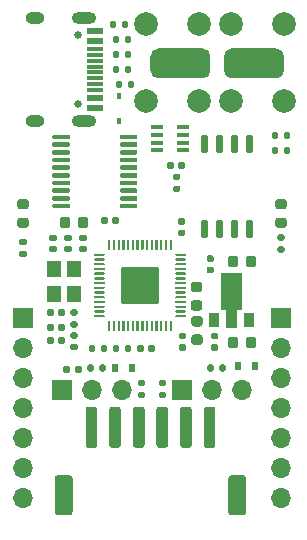
<source format=gbr>
%TF.GenerationSoftware,KiCad,Pcbnew,(5.1.9)-1*%
%TF.CreationDate,2021-12-20T22:20:38-08:00*%
%TF.ProjectId,MCL-102-2,4d434c2d-3130-4322-9d32-2e6b69636164,rev?*%
%TF.SameCoordinates,Original*%
%TF.FileFunction,Soldermask,Top*%
%TF.FilePolarity,Negative*%
%FSLAX46Y46*%
G04 Gerber Fmt 4.6, Leading zero omitted, Abs format (unit mm)*
G04 Created by KiCad (PCBNEW (5.1.9)-1) date 2021-12-20 22:20:38*
%MOMM*%
%LPD*%
G01*
G04 APERTURE LIST*
%ADD10C,0.100000*%
%ADD11R,0.900000X1.300000*%
%ADD12R,0.450000X0.600000*%
%ADD13R,0.600000X0.700000*%
%ADD14C,2.000000*%
%ADD15O,1.700000X1.700000*%
%ADD16R,1.700000X1.700000*%
%ADD17R,1.200000X1.400000*%
%ADD18R,1.060000X0.400000*%
%ADD19R,1.450000X0.600000*%
%ADD20R,1.450000X0.300000*%
%ADD21O,2.100000X1.000000*%
%ADD22C,0.650000*%
%ADD23O,1.600000X1.000000*%
G04 APERTURE END LIST*
%TO.C,R26*%
G36*
G01*
X150437000Y-103872000D02*
X150807000Y-103872000D01*
G75*
G02*
X150942000Y-104007000I0J-135000D01*
G01*
X150942000Y-104277000D01*
G75*
G02*
X150807000Y-104412000I-135000J0D01*
G01*
X150437000Y-104412000D01*
G75*
G02*
X150302000Y-104277000I0J135000D01*
G01*
X150302000Y-104007000D01*
G75*
G02*
X150437000Y-103872000I135000J0D01*
G01*
G37*
G36*
G01*
X150437000Y-102852000D02*
X150807000Y-102852000D01*
G75*
G02*
X150942000Y-102987000I0J-135000D01*
G01*
X150942000Y-103257000D01*
G75*
G02*
X150807000Y-103392000I-135000J0D01*
G01*
X150437000Y-103392000D01*
G75*
G02*
X150302000Y-103257000I0J135000D01*
G01*
X150302000Y-102987000D01*
G75*
G02*
X150437000Y-102852000I135000J0D01*
G01*
G37*
%TD*%
%TO.C,R2*%
G36*
G01*
X135241000Y-114358000D02*
X135241000Y-113988000D01*
G75*
G02*
X135376000Y-113853000I135000J0D01*
G01*
X135646000Y-113853000D01*
G75*
G02*
X135781000Y-113988000I0J-135000D01*
G01*
X135781000Y-114358000D01*
G75*
G02*
X135646000Y-114493000I-135000J0D01*
G01*
X135376000Y-114493000D01*
G75*
G02*
X135241000Y-114358000I0J135000D01*
G01*
G37*
G36*
G01*
X134221000Y-114358000D02*
X134221000Y-113988000D01*
G75*
G02*
X134356000Y-113853000I135000J0D01*
G01*
X134626000Y-113853000D01*
G75*
G02*
X134761000Y-113988000I0J-135000D01*
G01*
X134761000Y-114358000D01*
G75*
G02*
X134626000Y-114493000I-135000J0D01*
G01*
X134356000Y-114493000D01*
G75*
G02*
X134221000Y-114358000I0J135000D01*
G01*
G37*
%TD*%
%TO.C,D12*%
G36*
G01*
X150365750Y-101442000D02*
X150878250Y-101442000D01*
G75*
G02*
X151097000Y-101660750I0J-218750D01*
G01*
X151097000Y-102098250D01*
G75*
G02*
X150878250Y-102317000I-218750J0D01*
G01*
X150365750Y-102317000D01*
G75*
G02*
X150147000Y-102098250I0J218750D01*
G01*
X150147000Y-101660750D01*
G75*
G02*
X150365750Y-101442000I218750J0D01*
G01*
G37*
G36*
G01*
X150365750Y-99867000D02*
X150878250Y-99867000D01*
G75*
G02*
X151097000Y-100085750I0J-218750D01*
G01*
X151097000Y-100523250D01*
G75*
G02*
X150878250Y-100742000I-218750J0D01*
G01*
X150365750Y-100742000D01*
G75*
G02*
X150147000Y-100523250I0J218750D01*
G01*
X150147000Y-100085750D01*
G75*
G02*
X150365750Y-99867000I218750J0D01*
G01*
G37*
%TD*%
D10*
%TO.C,U1*%
G36*
X147297500Y-106158000D02*
G01*
X147297500Y-109283000D01*
X146881000Y-109283000D01*
X146881000Y-110758000D01*
X145981000Y-110758000D01*
X145981000Y-109283000D01*
X145564500Y-109283000D01*
X145564500Y-106158000D01*
X147297500Y-106158000D01*
G37*
D11*
X147931000Y-110108000D03*
X144931000Y-110108000D03*
%TD*%
D12*
%TO.C,D3*%
X136906000Y-91152000D03*
X136906000Y-93252000D03*
%TD*%
D13*
%TO.C,D2*%
X136587000Y-114173000D03*
X137987000Y-114173000D03*
%TD*%
%TO.C,D1*%
X147001000Y-114046000D03*
X148401000Y-114046000D03*
%TD*%
%TO.C,R4*%
G36*
G01*
X140404000Y-116191000D02*
X140774000Y-116191000D01*
G75*
G02*
X140909000Y-116326000I0J-135000D01*
G01*
X140909000Y-116596000D01*
G75*
G02*
X140774000Y-116731000I-135000J0D01*
G01*
X140404000Y-116731000D01*
G75*
G02*
X140269000Y-116596000I0J135000D01*
G01*
X140269000Y-116326000D01*
G75*
G02*
X140404000Y-116191000I135000J0D01*
G01*
G37*
G36*
G01*
X140404000Y-115171000D02*
X140774000Y-115171000D01*
G75*
G02*
X140909000Y-115306000I0J-135000D01*
G01*
X140909000Y-115576000D01*
G75*
G02*
X140774000Y-115711000I-135000J0D01*
G01*
X140404000Y-115711000D01*
G75*
G02*
X140269000Y-115576000I0J135000D01*
G01*
X140269000Y-115306000D01*
G75*
G02*
X140404000Y-115171000I135000J0D01*
G01*
G37*
%TD*%
%TO.C,R3*%
G36*
G01*
X138626000Y-116191000D02*
X138996000Y-116191000D01*
G75*
G02*
X139131000Y-116326000I0J-135000D01*
G01*
X139131000Y-116596000D01*
G75*
G02*
X138996000Y-116731000I-135000J0D01*
G01*
X138626000Y-116731000D01*
G75*
G02*
X138491000Y-116596000I0J135000D01*
G01*
X138491000Y-116326000D01*
G75*
G02*
X138626000Y-116191000I135000J0D01*
G01*
G37*
G36*
G01*
X138626000Y-115171000D02*
X138996000Y-115171000D01*
G75*
G02*
X139131000Y-115306000I0J-135000D01*
G01*
X139131000Y-115576000D01*
G75*
G02*
X138996000Y-115711000I-135000J0D01*
G01*
X138626000Y-115711000D01*
G75*
G02*
X138491000Y-115576000I0J135000D01*
G01*
X138491000Y-115306000D01*
G75*
G02*
X138626000Y-115171000I135000J0D01*
G01*
G37*
%TD*%
%TO.C,J11*%
G36*
G01*
X144018000Y-89662000D02*
X140208000Y-89662000D01*
G75*
G02*
X139573000Y-89027000I0J635000D01*
G01*
X139573000Y-87757000D01*
G75*
G02*
X140208000Y-87122000I635000J0D01*
G01*
X144018000Y-87122000D01*
G75*
G02*
X144653000Y-87757000I0J-635000D01*
G01*
X144653000Y-89027000D01*
G75*
G02*
X144018000Y-89662000I-635000J0D01*
G01*
G37*
%TD*%
D14*
%TO.C,SW1*%
X146376000Y-91590000D03*
X150876000Y-91590000D03*
X146376000Y-85090000D03*
X150876000Y-85090000D03*
%TD*%
%TO.C,J12*%
G36*
G01*
X146173000Y-126397000D02*
X146173000Y-123497000D01*
G75*
G02*
X146423000Y-123247000I250000J0D01*
G01*
X147423000Y-123247000D01*
G75*
G02*
X147673000Y-123497000I0J-250000D01*
G01*
X147673000Y-126397000D01*
G75*
G02*
X147423000Y-126647000I-250000J0D01*
G01*
X146423000Y-126647000D01*
G75*
G02*
X146173000Y-126397000I0J250000D01*
G01*
G37*
G36*
G01*
X131473000Y-126397000D02*
X131473000Y-123497000D01*
G75*
G02*
X131723000Y-123247000I250000J0D01*
G01*
X132723000Y-123247000D01*
G75*
G02*
X132973000Y-123497000I0J-250000D01*
G01*
X132973000Y-126397000D01*
G75*
G02*
X132723000Y-126647000I-250000J0D01*
G01*
X131723000Y-126647000D01*
G75*
G02*
X131473000Y-126397000I0J250000D01*
G01*
G37*
G36*
G01*
X144073000Y-120697000D02*
X144073000Y-117697000D01*
G75*
G02*
X144323000Y-117447000I250000J0D01*
G01*
X144823000Y-117447000D01*
G75*
G02*
X145073000Y-117697000I0J-250000D01*
G01*
X145073000Y-120697000D01*
G75*
G02*
X144823000Y-120947000I-250000J0D01*
G01*
X144323000Y-120947000D01*
G75*
G02*
X144073000Y-120697000I0J250000D01*
G01*
G37*
G36*
G01*
X142073000Y-120697000D02*
X142073000Y-117697000D01*
G75*
G02*
X142323000Y-117447000I250000J0D01*
G01*
X142823000Y-117447000D01*
G75*
G02*
X143073000Y-117697000I0J-250000D01*
G01*
X143073000Y-120697000D01*
G75*
G02*
X142823000Y-120947000I-250000J0D01*
G01*
X142323000Y-120947000D01*
G75*
G02*
X142073000Y-120697000I0J250000D01*
G01*
G37*
G36*
G01*
X140073000Y-120697000D02*
X140073000Y-117697000D01*
G75*
G02*
X140323000Y-117447000I250000J0D01*
G01*
X140823000Y-117447000D01*
G75*
G02*
X141073000Y-117697000I0J-250000D01*
G01*
X141073000Y-120697000D01*
G75*
G02*
X140823000Y-120947000I-250000J0D01*
G01*
X140323000Y-120947000D01*
G75*
G02*
X140073000Y-120697000I0J250000D01*
G01*
G37*
G36*
G01*
X138073000Y-120697000D02*
X138073000Y-117697000D01*
G75*
G02*
X138323000Y-117447000I250000J0D01*
G01*
X138823000Y-117447000D01*
G75*
G02*
X139073000Y-117697000I0J-250000D01*
G01*
X139073000Y-120697000D01*
G75*
G02*
X138823000Y-120947000I-250000J0D01*
G01*
X138323000Y-120947000D01*
G75*
G02*
X138073000Y-120697000I0J250000D01*
G01*
G37*
G36*
G01*
X136073000Y-120697000D02*
X136073000Y-117697000D01*
G75*
G02*
X136323000Y-117447000I250000J0D01*
G01*
X136823000Y-117447000D01*
G75*
G02*
X137073000Y-117697000I0J-250000D01*
G01*
X137073000Y-120697000D01*
G75*
G02*
X136823000Y-120947000I-250000J0D01*
G01*
X136323000Y-120947000D01*
G75*
G02*
X136073000Y-120697000I0J250000D01*
G01*
G37*
G36*
G01*
X134073000Y-120697000D02*
X134073000Y-117697000D01*
G75*
G02*
X134323000Y-117447000I250000J0D01*
G01*
X134823000Y-117447000D01*
G75*
G02*
X135073000Y-117697000I0J-250000D01*
G01*
X135073000Y-120697000D01*
G75*
G02*
X134823000Y-120947000I-250000J0D01*
G01*
X134323000Y-120947000D01*
G75*
G02*
X134073000Y-120697000I0J250000D01*
G01*
G37*
%TD*%
D15*
%TO.C,J5*%
X137160000Y-116078000D03*
X134620000Y-116078000D03*
D16*
X132080000Y-116078000D03*
%TD*%
D15*
%TO.C,J4*%
X147320000Y-116078000D03*
X144780000Y-116078000D03*
D16*
X142240000Y-116078000D03*
%TD*%
%TO.C,C15*%
G36*
G01*
X141932000Y-97198000D02*
X141932000Y-96858000D01*
G75*
G02*
X142072000Y-96718000I140000J0D01*
G01*
X142352000Y-96718000D01*
G75*
G02*
X142492000Y-96858000I0J-140000D01*
G01*
X142492000Y-97198000D01*
G75*
G02*
X142352000Y-97338000I-140000J0D01*
G01*
X142072000Y-97338000D01*
G75*
G02*
X141932000Y-97198000I0J140000D01*
G01*
G37*
G36*
G01*
X140972000Y-97198000D02*
X140972000Y-96858000D01*
G75*
G02*
X141112000Y-96718000I140000J0D01*
G01*
X141392000Y-96718000D01*
G75*
G02*
X141532000Y-96858000I0J-140000D01*
G01*
X141532000Y-97198000D01*
G75*
G02*
X141392000Y-97338000I-140000J0D01*
G01*
X141112000Y-97338000D01*
G75*
G02*
X140972000Y-97198000I0J140000D01*
G01*
G37*
%TD*%
%TO.C,R31*%
G36*
G01*
X150862000Y-94673000D02*
X150862000Y-94303000D01*
G75*
G02*
X150997000Y-94168000I135000J0D01*
G01*
X151267000Y-94168000D01*
G75*
G02*
X151402000Y-94303000I0J-135000D01*
G01*
X151402000Y-94673000D01*
G75*
G02*
X151267000Y-94808000I-135000J0D01*
G01*
X150997000Y-94808000D01*
G75*
G02*
X150862000Y-94673000I0J135000D01*
G01*
G37*
G36*
G01*
X149842000Y-94673000D02*
X149842000Y-94303000D01*
G75*
G02*
X149977000Y-94168000I135000J0D01*
G01*
X150247000Y-94168000D01*
G75*
G02*
X150382000Y-94303000I0J-135000D01*
G01*
X150382000Y-94673000D01*
G75*
G02*
X150247000Y-94808000I-135000J0D01*
G01*
X149977000Y-94808000D01*
G75*
G02*
X149842000Y-94673000I0J135000D01*
G01*
G37*
%TD*%
%TO.C,R27*%
G36*
G01*
X128593000Y-104253000D02*
X128963000Y-104253000D01*
G75*
G02*
X129098000Y-104388000I0J-135000D01*
G01*
X129098000Y-104658000D01*
G75*
G02*
X128963000Y-104793000I-135000J0D01*
G01*
X128593000Y-104793000D01*
G75*
G02*
X128458000Y-104658000I0J135000D01*
G01*
X128458000Y-104388000D01*
G75*
G02*
X128593000Y-104253000I135000J0D01*
G01*
G37*
G36*
G01*
X128593000Y-103233000D02*
X128963000Y-103233000D01*
G75*
G02*
X129098000Y-103368000I0J-135000D01*
G01*
X129098000Y-103638000D01*
G75*
G02*
X128963000Y-103773000I-135000J0D01*
G01*
X128593000Y-103773000D01*
G75*
G02*
X128458000Y-103638000I0J135000D01*
G01*
X128458000Y-103368000D01*
G75*
G02*
X128593000Y-103233000I135000J0D01*
G01*
G37*
%TD*%
%TO.C,R25*%
G36*
G01*
X141967800Y-98261200D02*
X141597800Y-98261200D01*
G75*
G02*
X141462800Y-98126200I0J135000D01*
G01*
X141462800Y-97856200D01*
G75*
G02*
X141597800Y-97721200I135000J0D01*
G01*
X141967800Y-97721200D01*
G75*
G02*
X142102800Y-97856200I0J-135000D01*
G01*
X142102800Y-98126200D01*
G75*
G02*
X141967800Y-98261200I-135000J0D01*
G01*
G37*
G36*
G01*
X141967800Y-99281200D02*
X141597800Y-99281200D01*
G75*
G02*
X141462800Y-99146200I0J135000D01*
G01*
X141462800Y-98876200D01*
G75*
G02*
X141597800Y-98741200I135000J0D01*
G01*
X141967800Y-98741200D01*
G75*
G02*
X142102800Y-98876200I0J-135000D01*
G01*
X142102800Y-99146200D01*
G75*
G02*
X141967800Y-99281200I-135000J0D01*
G01*
G37*
%TD*%
%TO.C,R20*%
G36*
G01*
X137400000Y-86545000D02*
X137400000Y-86175000D01*
G75*
G02*
X137535000Y-86040000I135000J0D01*
G01*
X137805000Y-86040000D01*
G75*
G02*
X137940000Y-86175000I0J-135000D01*
G01*
X137940000Y-86545000D01*
G75*
G02*
X137805000Y-86680000I-135000J0D01*
G01*
X137535000Y-86680000D01*
G75*
G02*
X137400000Y-86545000I0J135000D01*
G01*
G37*
G36*
G01*
X136380000Y-86545000D02*
X136380000Y-86175000D01*
G75*
G02*
X136515000Y-86040000I135000J0D01*
G01*
X136785000Y-86040000D01*
G75*
G02*
X136920000Y-86175000I0J-135000D01*
G01*
X136920000Y-86545000D01*
G75*
G02*
X136785000Y-86680000I-135000J0D01*
G01*
X136515000Y-86680000D01*
G75*
G02*
X136380000Y-86545000I0J135000D01*
G01*
G37*
%TD*%
%TO.C,R19*%
G36*
G01*
X136920000Y-87445000D02*
X136920000Y-87815000D01*
G75*
G02*
X136785000Y-87950000I-135000J0D01*
G01*
X136515000Y-87950000D01*
G75*
G02*
X136380000Y-87815000I0J135000D01*
G01*
X136380000Y-87445000D01*
G75*
G02*
X136515000Y-87310000I135000J0D01*
G01*
X136785000Y-87310000D01*
G75*
G02*
X136920000Y-87445000I0J-135000D01*
G01*
G37*
G36*
G01*
X137940000Y-87445000D02*
X137940000Y-87815000D01*
G75*
G02*
X137805000Y-87950000I-135000J0D01*
G01*
X137535000Y-87950000D01*
G75*
G02*
X137400000Y-87815000I0J135000D01*
G01*
X137400000Y-87445000D01*
G75*
G02*
X137535000Y-87310000I135000J0D01*
G01*
X137805000Y-87310000D01*
G75*
G02*
X137940000Y-87445000I0J-135000D01*
G01*
G37*
%TD*%
%TO.C,R17*%
G36*
G01*
X137400000Y-112707000D02*
X137400000Y-112337000D01*
G75*
G02*
X137535000Y-112202000I135000J0D01*
G01*
X137805000Y-112202000D01*
G75*
G02*
X137940000Y-112337000I0J-135000D01*
G01*
X137940000Y-112707000D01*
G75*
G02*
X137805000Y-112842000I-135000J0D01*
G01*
X137535000Y-112842000D01*
G75*
G02*
X137400000Y-112707000I0J135000D01*
G01*
G37*
G36*
G01*
X136380000Y-112707000D02*
X136380000Y-112337000D01*
G75*
G02*
X136515000Y-112202000I135000J0D01*
G01*
X136785000Y-112202000D01*
G75*
G02*
X136920000Y-112337000I0J-135000D01*
G01*
X136920000Y-112707000D01*
G75*
G02*
X136785000Y-112842000I-135000J0D01*
G01*
X136515000Y-112842000D01*
G75*
G02*
X136380000Y-112707000I0J135000D01*
G01*
G37*
%TD*%
%TO.C,R16*%
G36*
G01*
X135368000Y-112707000D02*
X135368000Y-112337000D01*
G75*
G02*
X135503000Y-112202000I135000J0D01*
G01*
X135773000Y-112202000D01*
G75*
G02*
X135908000Y-112337000I0J-135000D01*
G01*
X135908000Y-112707000D01*
G75*
G02*
X135773000Y-112842000I-135000J0D01*
G01*
X135503000Y-112842000D01*
G75*
G02*
X135368000Y-112707000I0J135000D01*
G01*
G37*
G36*
G01*
X134348000Y-112707000D02*
X134348000Y-112337000D01*
G75*
G02*
X134483000Y-112202000I135000J0D01*
G01*
X134753000Y-112202000D01*
G75*
G02*
X134888000Y-112337000I0J-135000D01*
G01*
X134888000Y-112707000D01*
G75*
G02*
X134753000Y-112842000I-135000J0D01*
G01*
X134483000Y-112842000D01*
G75*
G02*
X134348000Y-112707000I0J135000D01*
G01*
G37*
%TD*%
%TO.C,R13*%
G36*
G01*
X145401000Y-114358000D02*
X145401000Y-113988000D01*
G75*
G02*
X145536000Y-113853000I135000J0D01*
G01*
X145806000Y-113853000D01*
G75*
G02*
X145941000Y-113988000I0J-135000D01*
G01*
X145941000Y-114358000D01*
G75*
G02*
X145806000Y-114493000I-135000J0D01*
G01*
X145536000Y-114493000D01*
G75*
G02*
X145401000Y-114358000I0J135000D01*
G01*
G37*
G36*
G01*
X144381000Y-114358000D02*
X144381000Y-113988000D01*
G75*
G02*
X144516000Y-113853000I135000J0D01*
G01*
X144786000Y-113853000D01*
G75*
G02*
X144921000Y-113988000I0J-135000D01*
G01*
X144921000Y-114358000D01*
G75*
G02*
X144786000Y-114493000I-135000J0D01*
G01*
X144516000Y-114493000D01*
G75*
G02*
X144381000Y-114358000I0J135000D01*
G01*
G37*
%TD*%
%TO.C,D13*%
G36*
G01*
X128521750Y-101442000D02*
X129034250Y-101442000D01*
G75*
G02*
X129253000Y-101660750I0J-218750D01*
G01*
X129253000Y-102098250D01*
G75*
G02*
X129034250Y-102317000I-218750J0D01*
G01*
X128521750Y-102317000D01*
G75*
G02*
X128303000Y-102098250I0J218750D01*
G01*
X128303000Y-101660750D01*
G75*
G02*
X128521750Y-101442000I218750J0D01*
G01*
G37*
G36*
G01*
X128521750Y-99867000D02*
X129034250Y-99867000D01*
G75*
G02*
X129253000Y-100085750I0J-218750D01*
G01*
X129253000Y-100523250D01*
G75*
G02*
X129034250Y-100742000I-218750J0D01*
G01*
X128521750Y-100742000D01*
G75*
G02*
X128303000Y-100523250I0J218750D01*
G01*
X128303000Y-100085750D01*
G75*
G02*
X128521750Y-99867000I218750J0D01*
G01*
G37*
%TD*%
%TO.C,C31*%
G36*
G01*
X131372000Y-109304000D02*
X131372000Y-109644000D01*
G75*
G02*
X131232000Y-109784000I-140000J0D01*
G01*
X130952000Y-109784000D01*
G75*
G02*
X130812000Y-109644000I0J140000D01*
G01*
X130812000Y-109304000D01*
G75*
G02*
X130952000Y-109164000I140000J0D01*
G01*
X131232000Y-109164000D01*
G75*
G02*
X131372000Y-109304000I0J-140000D01*
G01*
G37*
G36*
G01*
X132332000Y-109304000D02*
X132332000Y-109644000D01*
G75*
G02*
X132192000Y-109784000I-140000J0D01*
G01*
X131912000Y-109784000D01*
G75*
G02*
X131772000Y-109644000I0J140000D01*
G01*
X131772000Y-109304000D01*
G75*
G02*
X131912000Y-109164000I140000J0D01*
G01*
X132192000Y-109164000D01*
G75*
G02*
X132332000Y-109304000I0J-140000D01*
G01*
G37*
%TD*%
%TO.C,C30*%
G36*
G01*
X131148000Y-103832000D02*
X131488000Y-103832000D01*
G75*
G02*
X131628000Y-103972000I0J-140000D01*
G01*
X131628000Y-104252000D01*
G75*
G02*
X131488000Y-104392000I-140000J0D01*
G01*
X131148000Y-104392000D01*
G75*
G02*
X131008000Y-104252000I0J140000D01*
G01*
X131008000Y-103972000D01*
G75*
G02*
X131148000Y-103832000I140000J0D01*
G01*
G37*
G36*
G01*
X131148000Y-102872000D02*
X131488000Y-102872000D01*
G75*
G02*
X131628000Y-103012000I0J-140000D01*
G01*
X131628000Y-103292000D01*
G75*
G02*
X131488000Y-103432000I-140000J0D01*
G01*
X131148000Y-103432000D01*
G75*
G02*
X131008000Y-103292000I0J140000D01*
G01*
X131008000Y-103012000D01*
G75*
G02*
X131148000Y-102872000I140000J0D01*
G01*
G37*
%TD*%
%TO.C,C29*%
G36*
G01*
X143721900Y-107777400D02*
X143221900Y-107777400D01*
G75*
G02*
X142996900Y-107552400I0J225000D01*
G01*
X142996900Y-107102400D01*
G75*
G02*
X143221900Y-106877400I225000J0D01*
G01*
X143721900Y-106877400D01*
G75*
G02*
X143946900Y-107102400I0J-225000D01*
G01*
X143946900Y-107552400D01*
G75*
G02*
X143721900Y-107777400I-225000J0D01*
G01*
G37*
G36*
G01*
X143721900Y-109327400D02*
X143221900Y-109327400D01*
G75*
G02*
X142996900Y-109102400I0J225000D01*
G01*
X142996900Y-108652400D01*
G75*
G02*
X143221900Y-108427400I225000J0D01*
G01*
X143721900Y-108427400D01*
G75*
G02*
X143946900Y-108652400I0J-225000D01*
G01*
X143946900Y-109102400D01*
G75*
G02*
X143721900Y-109327400I-225000J0D01*
G01*
G37*
%TD*%
%TO.C,C27*%
G36*
G01*
X144838600Y-112150500D02*
X145178600Y-112150500D01*
G75*
G02*
X145318600Y-112290500I0J-140000D01*
G01*
X145318600Y-112570500D01*
G75*
G02*
X145178600Y-112710500I-140000J0D01*
G01*
X144838600Y-112710500D01*
G75*
G02*
X144698600Y-112570500I0J140000D01*
G01*
X144698600Y-112290500D01*
G75*
G02*
X144838600Y-112150500I140000J0D01*
G01*
G37*
G36*
G01*
X144838600Y-111190500D02*
X145178600Y-111190500D01*
G75*
G02*
X145318600Y-111330500I0J-140000D01*
G01*
X145318600Y-111610500D01*
G75*
G02*
X145178600Y-111750500I-140000J0D01*
G01*
X144838600Y-111750500D01*
G75*
G02*
X144698600Y-111610500I0J140000D01*
G01*
X144698600Y-111330500D01*
G75*
G02*
X144838600Y-111190500I140000J0D01*
G01*
G37*
%TD*%
%TO.C,C26*%
G36*
G01*
X142044600Y-102460400D02*
X142384600Y-102460400D01*
G75*
G02*
X142524600Y-102600400I0J-140000D01*
G01*
X142524600Y-102880400D01*
G75*
G02*
X142384600Y-103020400I-140000J0D01*
G01*
X142044600Y-103020400D01*
G75*
G02*
X141904600Y-102880400I0J140000D01*
G01*
X141904600Y-102600400D01*
G75*
G02*
X142044600Y-102460400I140000J0D01*
G01*
G37*
G36*
G01*
X142044600Y-101500400D02*
X142384600Y-101500400D01*
G75*
G02*
X142524600Y-101640400I0J-140000D01*
G01*
X142524600Y-101920400D01*
G75*
G02*
X142384600Y-102060400I-140000J0D01*
G01*
X142044600Y-102060400D01*
G75*
G02*
X141904600Y-101920400I0J140000D01*
G01*
X141904600Y-101640400D01*
G75*
G02*
X142044600Y-101500400I140000J0D01*
G01*
G37*
%TD*%
%TO.C,C24*%
G36*
G01*
X144797600Y-105197300D02*
X144457600Y-105197300D01*
G75*
G02*
X144317600Y-105057300I0J140000D01*
G01*
X144317600Y-104777300D01*
G75*
G02*
X144457600Y-104637300I140000J0D01*
G01*
X144797600Y-104637300D01*
G75*
G02*
X144937600Y-104777300I0J-140000D01*
G01*
X144937600Y-105057300D01*
G75*
G02*
X144797600Y-105197300I-140000J0D01*
G01*
G37*
G36*
G01*
X144797600Y-106157300D02*
X144457600Y-106157300D01*
G75*
G02*
X144317600Y-106017300I0J140000D01*
G01*
X144317600Y-105737300D01*
G75*
G02*
X144457600Y-105597300I140000J0D01*
G01*
X144797600Y-105597300D01*
G75*
G02*
X144937600Y-105737300I0J-140000D01*
G01*
X144937600Y-106017300D01*
G75*
G02*
X144797600Y-106157300I-140000J0D01*
G01*
G37*
%TD*%
%TO.C,C21*%
G36*
G01*
X132418000Y-103832000D02*
X132758000Y-103832000D01*
G75*
G02*
X132898000Y-103972000I0J-140000D01*
G01*
X132898000Y-104252000D01*
G75*
G02*
X132758000Y-104392000I-140000J0D01*
G01*
X132418000Y-104392000D01*
G75*
G02*
X132278000Y-104252000I0J140000D01*
G01*
X132278000Y-103972000D01*
G75*
G02*
X132418000Y-103832000I140000J0D01*
G01*
G37*
G36*
G01*
X132418000Y-102872000D02*
X132758000Y-102872000D01*
G75*
G02*
X132898000Y-103012000I0J-140000D01*
G01*
X132898000Y-103292000D01*
G75*
G02*
X132758000Y-103432000I-140000J0D01*
G01*
X132418000Y-103432000D01*
G75*
G02*
X132278000Y-103292000I0J140000D01*
G01*
X132278000Y-103012000D01*
G75*
G02*
X132418000Y-102872000I140000J0D01*
G01*
G37*
%TD*%
%TO.C,U8*%
G36*
G01*
X136999000Y-94711000D02*
X136999000Y-94511000D01*
G75*
G02*
X137099000Y-94411000I100000J0D01*
G01*
X138374000Y-94411000D01*
G75*
G02*
X138474000Y-94511000I0J-100000D01*
G01*
X138474000Y-94711000D01*
G75*
G02*
X138374000Y-94811000I-100000J0D01*
G01*
X137099000Y-94811000D01*
G75*
G02*
X136999000Y-94711000I0J100000D01*
G01*
G37*
G36*
G01*
X136999000Y-95361000D02*
X136999000Y-95161000D01*
G75*
G02*
X137099000Y-95061000I100000J0D01*
G01*
X138374000Y-95061000D01*
G75*
G02*
X138474000Y-95161000I0J-100000D01*
G01*
X138474000Y-95361000D01*
G75*
G02*
X138374000Y-95461000I-100000J0D01*
G01*
X137099000Y-95461000D01*
G75*
G02*
X136999000Y-95361000I0J100000D01*
G01*
G37*
G36*
G01*
X136999000Y-96011000D02*
X136999000Y-95811000D01*
G75*
G02*
X137099000Y-95711000I100000J0D01*
G01*
X138374000Y-95711000D01*
G75*
G02*
X138474000Y-95811000I0J-100000D01*
G01*
X138474000Y-96011000D01*
G75*
G02*
X138374000Y-96111000I-100000J0D01*
G01*
X137099000Y-96111000D01*
G75*
G02*
X136999000Y-96011000I0J100000D01*
G01*
G37*
G36*
G01*
X136999000Y-96661000D02*
X136999000Y-96461000D01*
G75*
G02*
X137099000Y-96361000I100000J0D01*
G01*
X138374000Y-96361000D01*
G75*
G02*
X138474000Y-96461000I0J-100000D01*
G01*
X138474000Y-96661000D01*
G75*
G02*
X138374000Y-96761000I-100000J0D01*
G01*
X137099000Y-96761000D01*
G75*
G02*
X136999000Y-96661000I0J100000D01*
G01*
G37*
G36*
G01*
X136999000Y-97311000D02*
X136999000Y-97111000D01*
G75*
G02*
X137099000Y-97011000I100000J0D01*
G01*
X138374000Y-97011000D01*
G75*
G02*
X138474000Y-97111000I0J-100000D01*
G01*
X138474000Y-97311000D01*
G75*
G02*
X138374000Y-97411000I-100000J0D01*
G01*
X137099000Y-97411000D01*
G75*
G02*
X136999000Y-97311000I0J100000D01*
G01*
G37*
G36*
G01*
X136999000Y-97961000D02*
X136999000Y-97761000D01*
G75*
G02*
X137099000Y-97661000I100000J0D01*
G01*
X138374000Y-97661000D01*
G75*
G02*
X138474000Y-97761000I0J-100000D01*
G01*
X138474000Y-97961000D01*
G75*
G02*
X138374000Y-98061000I-100000J0D01*
G01*
X137099000Y-98061000D01*
G75*
G02*
X136999000Y-97961000I0J100000D01*
G01*
G37*
G36*
G01*
X136999000Y-98611000D02*
X136999000Y-98411000D01*
G75*
G02*
X137099000Y-98311000I100000J0D01*
G01*
X138374000Y-98311000D01*
G75*
G02*
X138474000Y-98411000I0J-100000D01*
G01*
X138474000Y-98611000D01*
G75*
G02*
X138374000Y-98711000I-100000J0D01*
G01*
X137099000Y-98711000D01*
G75*
G02*
X136999000Y-98611000I0J100000D01*
G01*
G37*
G36*
G01*
X136999000Y-99261000D02*
X136999000Y-99061000D01*
G75*
G02*
X137099000Y-98961000I100000J0D01*
G01*
X138374000Y-98961000D01*
G75*
G02*
X138474000Y-99061000I0J-100000D01*
G01*
X138474000Y-99261000D01*
G75*
G02*
X138374000Y-99361000I-100000J0D01*
G01*
X137099000Y-99361000D01*
G75*
G02*
X136999000Y-99261000I0J100000D01*
G01*
G37*
G36*
G01*
X136999000Y-99911000D02*
X136999000Y-99711000D01*
G75*
G02*
X137099000Y-99611000I100000J0D01*
G01*
X138374000Y-99611000D01*
G75*
G02*
X138474000Y-99711000I0J-100000D01*
G01*
X138474000Y-99911000D01*
G75*
G02*
X138374000Y-100011000I-100000J0D01*
G01*
X137099000Y-100011000D01*
G75*
G02*
X136999000Y-99911000I0J100000D01*
G01*
G37*
G36*
G01*
X136999000Y-100561000D02*
X136999000Y-100361000D01*
G75*
G02*
X137099000Y-100261000I100000J0D01*
G01*
X138374000Y-100261000D01*
G75*
G02*
X138474000Y-100361000I0J-100000D01*
G01*
X138474000Y-100561000D01*
G75*
G02*
X138374000Y-100661000I-100000J0D01*
G01*
X137099000Y-100661000D01*
G75*
G02*
X136999000Y-100561000I0J100000D01*
G01*
G37*
G36*
G01*
X131274000Y-100561000D02*
X131274000Y-100361000D01*
G75*
G02*
X131374000Y-100261000I100000J0D01*
G01*
X132649000Y-100261000D01*
G75*
G02*
X132749000Y-100361000I0J-100000D01*
G01*
X132749000Y-100561000D01*
G75*
G02*
X132649000Y-100661000I-100000J0D01*
G01*
X131374000Y-100661000D01*
G75*
G02*
X131274000Y-100561000I0J100000D01*
G01*
G37*
G36*
G01*
X131274000Y-99911000D02*
X131274000Y-99711000D01*
G75*
G02*
X131374000Y-99611000I100000J0D01*
G01*
X132649000Y-99611000D01*
G75*
G02*
X132749000Y-99711000I0J-100000D01*
G01*
X132749000Y-99911000D01*
G75*
G02*
X132649000Y-100011000I-100000J0D01*
G01*
X131374000Y-100011000D01*
G75*
G02*
X131274000Y-99911000I0J100000D01*
G01*
G37*
G36*
G01*
X131274000Y-99261000D02*
X131274000Y-99061000D01*
G75*
G02*
X131374000Y-98961000I100000J0D01*
G01*
X132649000Y-98961000D01*
G75*
G02*
X132749000Y-99061000I0J-100000D01*
G01*
X132749000Y-99261000D01*
G75*
G02*
X132649000Y-99361000I-100000J0D01*
G01*
X131374000Y-99361000D01*
G75*
G02*
X131274000Y-99261000I0J100000D01*
G01*
G37*
G36*
G01*
X131274000Y-98611000D02*
X131274000Y-98411000D01*
G75*
G02*
X131374000Y-98311000I100000J0D01*
G01*
X132649000Y-98311000D01*
G75*
G02*
X132749000Y-98411000I0J-100000D01*
G01*
X132749000Y-98611000D01*
G75*
G02*
X132649000Y-98711000I-100000J0D01*
G01*
X131374000Y-98711000D01*
G75*
G02*
X131274000Y-98611000I0J100000D01*
G01*
G37*
G36*
G01*
X131274000Y-97961000D02*
X131274000Y-97761000D01*
G75*
G02*
X131374000Y-97661000I100000J0D01*
G01*
X132649000Y-97661000D01*
G75*
G02*
X132749000Y-97761000I0J-100000D01*
G01*
X132749000Y-97961000D01*
G75*
G02*
X132649000Y-98061000I-100000J0D01*
G01*
X131374000Y-98061000D01*
G75*
G02*
X131274000Y-97961000I0J100000D01*
G01*
G37*
G36*
G01*
X131274000Y-97311000D02*
X131274000Y-97111000D01*
G75*
G02*
X131374000Y-97011000I100000J0D01*
G01*
X132649000Y-97011000D01*
G75*
G02*
X132749000Y-97111000I0J-100000D01*
G01*
X132749000Y-97311000D01*
G75*
G02*
X132649000Y-97411000I-100000J0D01*
G01*
X131374000Y-97411000D01*
G75*
G02*
X131274000Y-97311000I0J100000D01*
G01*
G37*
G36*
G01*
X131274000Y-96661000D02*
X131274000Y-96461000D01*
G75*
G02*
X131374000Y-96361000I100000J0D01*
G01*
X132649000Y-96361000D01*
G75*
G02*
X132749000Y-96461000I0J-100000D01*
G01*
X132749000Y-96661000D01*
G75*
G02*
X132649000Y-96761000I-100000J0D01*
G01*
X131374000Y-96761000D01*
G75*
G02*
X131274000Y-96661000I0J100000D01*
G01*
G37*
G36*
G01*
X131274000Y-96011000D02*
X131274000Y-95811000D01*
G75*
G02*
X131374000Y-95711000I100000J0D01*
G01*
X132649000Y-95711000D01*
G75*
G02*
X132749000Y-95811000I0J-100000D01*
G01*
X132749000Y-96011000D01*
G75*
G02*
X132649000Y-96111000I-100000J0D01*
G01*
X131374000Y-96111000D01*
G75*
G02*
X131274000Y-96011000I0J100000D01*
G01*
G37*
G36*
G01*
X131274000Y-95361000D02*
X131274000Y-95161000D01*
G75*
G02*
X131374000Y-95061000I100000J0D01*
G01*
X132649000Y-95061000D01*
G75*
G02*
X132749000Y-95161000I0J-100000D01*
G01*
X132749000Y-95361000D01*
G75*
G02*
X132649000Y-95461000I-100000J0D01*
G01*
X131374000Y-95461000D01*
G75*
G02*
X131274000Y-95361000I0J100000D01*
G01*
G37*
G36*
G01*
X131274000Y-94711000D02*
X131274000Y-94511000D01*
G75*
G02*
X131374000Y-94411000I100000J0D01*
G01*
X132649000Y-94411000D01*
G75*
G02*
X132749000Y-94511000I0J-100000D01*
G01*
X132749000Y-94711000D01*
G75*
G02*
X132649000Y-94811000I-100000J0D01*
G01*
X131374000Y-94811000D01*
G75*
G02*
X131274000Y-94711000I0J100000D01*
G01*
G37*
%TD*%
%TO.C,R21*%
G36*
G01*
X137654000Y-90355000D02*
X137654000Y-89985000D01*
G75*
G02*
X137789000Y-89850000I135000J0D01*
G01*
X138059000Y-89850000D01*
G75*
G02*
X138194000Y-89985000I0J-135000D01*
G01*
X138194000Y-90355000D01*
G75*
G02*
X138059000Y-90490000I-135000J0D01*
G01*
X137789000Y-90490000D01*
G75*
G02*
X137654000Y-90355000I0J135000D01*
G01*
G37*
G36*
G01*
X136634000Y-90355000D02*
X136634000Y-89985000D01*
G75*
G02*
X136769000Y-89850000I135000J0D01*
G01*
X137039000Y-89850000D01*
G75*
G02*
X137174000Y-89985000I0J-135000D01*
G01*
X137174000Y-90355000D01*
G75*
G02*
X137039000Y-90490000I-135000J0D01*
G01*
X136769000Y-90490000D01*
G75*
G02*
X136634000Y-90355000I0J135000D01*
G01*
G37*
%TD*%
%TO.C,J10*%
G36*
G01*
X146431000Y-87122000D02*
X150241000Y-87122000D01*
G75*
G02*
X150876000Y-87757000I0J-635000D01*
G01*
X150876000Y-89027000D01*
G75*
G02*
X150241000Y-89662000I-635000J0D01*
G01*
X146431000Y-89662000D01*
G75*
G02*
X145796000Y-89027000I0J635000D01*
G01*
X145796000Y-87757000D01*
G75*
G02*
X146431000Y-87122000I635000J0D01*
G01*
G37*
%TD*%
D14*
%TO.C,SW2*%
X139192000Y-91590000D03*
X143692000Y-91590000D03*
X139192000Y-85090000D03*
X143692000Y-85090000D03*
%TD*%
%TO.C,R1*%
G36*
G01*
X132729000Y-114115000D02*
X132729000Y-114485000D01*
G75*
G02*
X132594000Y-114620000I-135000J0D01*
G01*
X132324000Y-114620000D01*
G75*
G02*
X132189000Y-114485000I0J135000D01*
G01*
X132189000Y-114115000D01*
G75*
G02*
X132324000Y-113980000I135000J0D01*
G01*
X132594000Y-113980000D01*
G75*
G02*
X132729000Y-114115000I0J-135000D01*
G01*
G37*
G36*
G01*
X133749000Y-114115000D02*
X133749000Y-114485000D01*
G75*
G02*
X133614000Y-114620000I-135000J0D01*
G01*
X133344000Y-114620000D01*
G75*
G02*
X133209000Y-114485000I0J135000D01*
G01*
X133209000Y-114115000D01*
G75*
G02*
X133344000Y-113980000I135000J0D01*
G01*
X133614000Y-113980000D01*
G75*
G02*
X133749000Y-114115000I0J-135000D01*
G01*
G37*
%TD*%
D15*
%TO.C,J1*%
X128778000Y-125222000D03*
X128778000Y-122682000D03*
X128778000Y-120142000D03*
X128778000Y-117602000D03*
X128778000Y-115062000D03*
X128778000Y-112522000D03*
D16*
X128778000Y-109982000D03*
%TD*%
D15*
%TO.C,J8*%
X150622000Y-125222000D03*
X150622000Y-122682000D03*
X150622000Y-120142000D03*
X150622000Y-117602000D03*
X150622000Y-115062000D03*
X150622000Y-112522000D03*
D16*
X150622000Y-109982000D03*
%TD*%
D17*
%TO.C,Y1*%
X133096000Y-105750000D03*
X133096000Y-107950000D03*
X131396000Y-107950000D03*
X131396000Y-105750000D03*
%TD*%
%TO.C,U9*%
G36*
G01*
X137228000Y-105588000D02*
X140140000Y-105588000D01*
G75*
G02*
X140284000Y-105732000I0J-144000D01*
G01*
X140284000Y-108644000D01*
G75*
G02*
X140140000Y-108788000I-144000J0D01*
G01*
X137228000Y-108788000D01*
G75*
G02*
X137084000Y-108644000I0J144000D01*
G01*
X137084000Y-105732000D01*
G75*
G02*
X137228000Y-105588000I144000J0D01*
G01*
G37*
G36*
G01*
X141234000Y-103313000D02*
X141334000Y-103313000D01*
G75*
G02*
X141384000Y-103363000I0J-50000D01*
G01*
X141384000Y-104138000D01*
G75*
G02*
X141334000Y-104188000I-50000J0D01*
G01*
X141234000Y-104188000D01*
G75*
G02*
X141184000Y-104138000I0J50000D01*
G01*
X141184000Y-103363000D01*
G75*
G02*
X141234000Y-103313000I50000J0D01*
G01*
G37*
G36*
G01*
X140834000Y-103313000D02*
X140934000Y-103313000D01*
G75*
G02*
X140984000Y-103363000I0J-50000D01*
G01*
X140984000Y-104138000D01*
G75*
G02*
X140934000Y-104188000I-50000J0D01*
G01*
X140834000Y-104188000D01*
G75*
G02*
X140784000Y-104138000I0J50000D01*
G01*
X140784000Y-103363000D01*
G75*
G02*
X140834000Y-103313000I50000J0D01*
G01*
G37*
G36*
G01*
X140434000Y-103313000D02*
X140534000Y-103313000D01*
G75*
G02*
X140584000Y-103363000I0J-50000D01*
G01*
X140584000Y-104138000D01*
G75*
G02*
X140534000Y-104188000I-50000J0D01*
G01*
X140434000Y-104188000D01*
G75*
G02*
X140384000Y-104138000I0J50000D01*
G01*
X140384000Y-103363000D01*
G75*
G02*
X140434000Y-103313000I50000J0D01*
G01*
G37*
G36*
G01*
X140034000Y-103313000D02*
X140134000Y-103313000D01*
G75*
G02*
X140184000Y-103363000I0J-50000D01*
G01*
X140184000Y-104138000D01*
G75*
G02*
X140134000Y-104188000I-50000J0D01*
G01*
X140034000Y-104188000D01*
G75*
G02*
X139984000Y-104138000I0J50000D01*
G01*
X139984000Y-103363000D01*
G75*
G02*
X140034000Y-103313000I50000J0D01*
G01*
G37*
G36*
G01*
X139634000Y-103313000D02*
X139734000Y-103313000D01*
G75*
G02*
X139784000Y-103363000I0J-50000D01*
G01*
X139784000Y-104138000D01*
G75*
G02*
X139734000Y-104188000I-50000J0D01*
G01*
X139634000Y-104188000D01*
G75*
G02*
X139584000Y-104138000I0J50000D01*
G01*
X139584000Y-103363000D01*
G75*
G02*
X139634000Y-103313000I50000J0D01*
G01*
G37*
G36*
G01*
X139234000Y-103313000D02*
X139334000Y-103313000D01*
G75*
G02*
X139384000Y-103363000I0J-50000D01*
G01*
X139384000Y-104138000D01*
G75*
G02*
X139334000Y-104188000I-50000J0D01*
G01*
X139234000Y-104188000D01*
G75*
G02*
X139184000Y-104138000I0J50000D01*
G01*
X139184000Y-103363000D01*
G75*
G02*
X139234000Y-103313000I50000J0D01*
G01*
G37*
G36*
G01*
X138834000Y-103313000D02*
X138934000Y-103313000D01*
G75*
G02*
X138984000Y-103363000I0J-50000D01*
G01*
X138984000Y-104138000D01*
G75*
G02*
X138934000Y-104188000I-50000J0D01*
G01*
X138834000Y-104188000D01*
G75*
G02*
X138784000Y-104138000I0J50000D01*
G01*
X138784000Y-103363000D01*
G75*
G02*
X138834000Y-103313000I50000J0D01*
G01*
G37*
G36*
G01*
X138434000Y-103313000D02*
X138534000Y-103313000D01*
G75*
G02*
X138584000Y-103363000I0J-50000D01*
G01*
X138584000Y-104138000D01*
G75*
G02*
X138534000Y-104188000I-50000J0D01*
G01*
X138434000Y-104188000D01*
G75*
G02*
X138384000Y-104138000I0J50000D01*
G01*
X138384000Y-103363000D01*
G75*
G02*
X138434000Y-103313000I50000J0D01*
G01*
G37*
G36*
G01*
X138034000Y-103313000D02*
X138134000Y-103313000D01*
G75*
G02*
X138184000Y-103363000I0J-50000D01*
G01*
X138184000Y-104138000D01*
G75*
G02*
X138134000Y-104188000I-50000J0D01*
G01*
X138034000Y-104188000D01*
G75*
G02*
X137984000Y-104138000I0J50000D01*
G01*
X137984000Y-103363000D01*
G75*
G02*
X138034000Y-103313000I50000J0D01*
G01*
G37*
G36*
G01*
X137634000Y-103313000D02*
X137734000Y-103313000D01*
G75*
G02*
X137784000Y-103363000I0J-50000D01*
G01*
X137784000Y-104138000D01*
G75*
G02*
X137734000Y-104188000I-50000J0D01*
G01*
X137634000Y-104188000D01*
G75*
G02*
X137584000Y-104138000I0J50000D01*
G01*
X137584000Y-103363000D01*
G75*
G02*
X137634000Y-103313000I50000J0D01*
G01*
G37*
G36*
G01*
X137234000Y-103313000D02*
X137334000Y-103313000D01*
G75*
G02*
X137384000Y-103363000I0J-50000D01*
G01*
X137384000Y-104138000D01*
G75*
G02*
X137334000Y-104188000I-50000J0D01*
G01*
X137234000Y-104188000D01*
G75*
G02*
X137184000Y-104138000I0J50000D01*
G01*
X137184000Y-103363000D01*
G75*
G02*
X137234000Y-103313000I50000J0D01*
G01*
G37*
G36*
G01*
X136834000Y-103313000D02*
X136934000Y-103313000D01*
G75*
G02*
X136984000Y-103363000I0J-50000D01*
G01*
X136984000Y-104138000D01*
G75*
G02*
X136934000Y-104188000I-50000J0D01*
G01*
X136834000Y-104188000D01*
G75*
G02*
X136784000Y-104138000I0J50000D01*
G01*
X136784000Y-103363000D01*
G75*
G02*
X136834000Y-103313000I50000J0D01*
G01*
G37*
G36*
G01*
X136434000Y-103313000D02*
X136534000Y-103313000D01*
G75*
G02*
X136584000Y-103363000I0J-50000D01*
G01*
X136584000Y-104138000D01*
G75*
G02*
X136534000Y-104188000I-50000J0D01*
G01*
X136434000Y-104188000D01*
G75*
G02*
X136384000Y-104138000I0J50000D01*
G01*
X136384000Y-103363000D01*
G75*
G02*
X136434000Y-103313000I50000J0D01*
G01*
G37*
G36*
G01*
X136034000Y-103313000D02*
X136134000Y-103313000D01*
G75*
G02*
X136184000Y-103363000I0J-50000D01*
G01*
X136184000Y-104138000D01*
G75*
G02*
X136134000Y-104188000I-50000J0D01*
G01*
X136034000Y-104188000D01*
G75*
G02*
X135984000Y-104138000I0J50000D01*
G01*
X135984000Y-103363000D01*
G75*
G02*
X136034000Y-103313000I50000J0D01*
G01*
G37*
G36*
G01*
X134859000Y-104488000D02*
X135634000Y-104488000D01*
G75*
G02*
X135684000Y-104538000I0J-50000D01*
G01*
X135684000Y-104638000D01*
G75*
G02*
X135634000Y-104688000I-50000J0D01*
G01*
X134859000Y-104688000D01*
G75*
G02*
X134809000Y-104638000I0J50000D01*
G01*
X134809000Y-104538000D01*
G75*
G02*
X134859000Y-104488000I50000J0D01*
G01*
G37*
G36*
G01*
X134859000Y-104888000D02*
X135634000Y-104888000D01*
G75*
G02*
X135684000Y-104938000I0J-50000D01*
G01*
X135684000Y-105038000D01*
G75*
G02*
X135634000Y-105088000I-50000J0D01*
G01*
X134859000Y-105088000D01*
G75*
G02*
X134809000Y-105038000I0J50000D01*
G01*
X134809000Y-104938000D01*
G75*
G02*
X134859000Y-104888000I50000J0D01*
G01*
G37*
G36*
G01*
X134859000Y-105288000D02*
X135634000Y-105288000D01*
G75*
G02*
X135684000Y-105338000I0J-50000D01*
G01*
X135684000Y-105438000D01*
G75*
G02*
X135634000Y-105488000I-50000J0D01*
G01*
X134859000Y-105488000D01*
G75*
G02*
X134809000Y-105438000I0J50000D01*
G01*
X134809000Y-105338000D01*
G75*
G02*
X134859000Y-105288000I50000J0D01*
G01*
G37*
G36*
G01*
X134859000Y-105688000D02*
X135634000Y-105688000D01*
G75*
G02*
X135684000Y-105738000I0J-50000D01*
G01*
X135684000Y-105838000D01*
G75*
G02*
X135634000Y-105888000I-50000J0D01*
G01*
X134859000Y-105888000D01*
G75*
G02*
X134809000Y-105838000I0J50000D01*
G01*
X134809000Y-105738000D01*
G75*
G02*
X134859000Y-105688000I50000J0D01*
G01*
G37*
G36*
G01*
X134859000Y-106088000D02*
X135634000Y-106088000D01*
G75*
G02*
X135684000Y-106138000I0J-50000D01*
G01*
X135684000Y-106238000D01*
G75*
G02*
X135634000Y-106288000I-50000J0D01*
G01*
X134859000Y-106288000D01*
G75*
G02*
X134809000Y-106238000I0J50000D01*
G01*
X134809000Y-106138000D01*
G75*
G02*
X134859000Y-106088000I50000J0D01*
G01*
G37*
G36*
G01*
X134859000Y-106488000D02*
X135634000Y-106488000D01*
G75*
G02*
X135684000Y-106538000I0J-50000D01*
G01*
X135684000Y-106638000D01*
G75*
G02*
X135634000Y-106688000I-50000J0D01*
G01*
X134859000Y-106688000D01*
G75*
G02*
X134809000Y-106638000I0J50000D01*
G01*
X134809000Y-106538000D01*
G75*
G02*
X134859000Y-106488000I50000J0D01*
G01*
G37*
G36*
G01*
X134859000Y-106888000D02*
X135634000Y-106888000D01*
G75*
G02*
X135684000Y-106938000I0J-50000D01*
G01*
X135684000Y-107038000D01*
G75*
G02*
X135634000Y-107088000I-50000J0D01*
G01*
X134859000Y-107088000D01*
G75*
G02*
X134809000Y-107038000I0J50000D01*
G01*
X134809000Y-106938000D01*
G75*
G02*
X134859000Y-106888000I50000J0D01*
G01*
G37*
G36*
G01*
X134859000Y-107288000D02*
X135634000Y-107288000D01*
G75*
G02*
X135684000Y-107338000I0J-50000D01*
G01*
X135684000Y-107438000D01*
G75*
G02*
X135634000Y-107488000I-50000J0D01*
G01*
X134859000Y-107488000D01*
G75*
G02*
X134809000Y-107438000I0J50000D01*
G01*
X134809000Y-107338000D01*
G75*
G02*
X134859000Y-107288000I50000J0D01*
G01*
G37*
G36*
G01*
X134859000Y-107688000D02*
X135634000Y-107688000D01*
G75*
G02*
X135684000Y-107738000I0J-50000D01*
G01*
X135684000Y-107838000D01*
G75*
G02*
X135634000Y-107888000I-50000J0D01*
G01*
X134859000Y-107888000D01*
G75*
G02*
X134809000Y-107838000I0J50000D01*
G01*
X134809000Y-107738000D01*
G75*
G02*
X134859000Y-107688000I50000J0D01*
G01*
G37*
G36*
G01*
X134859000Y-108088000D02*
X135634000Y-108088000D01*
G75*
G02*
X135684000Y-108138000I0J-50000D01*
G01*
X135684000Y-108238000D01*
G75*
G02*
X135634000Y-108288000I-50000J0D01*
G01*
X134859000Y-108288000D01*
G75*
G02*
X134809000Y-108238000I0J50000D01*
G01*
X134809000Y-108138000D01*
G75*
G02*
X134859000Y-108088000I50000J0D01*
G01*
G37*
G36*
G01*
X134859000Y-108488000D02*
X135634000Y-108488000D01*
G75*
G02*
X135684000Y-108538000I0J-50000D01*
G01*
X135684000Y-108638000D01*
G75*
G02*
X135634000Y-108688000I-50000J0D01*
G01*
X134859000Y-108688000D01*
G75*
G02*
X134809000Y-108638000I0J50000D01*
G01*
X134809000Y-108538000D01*
G75*
G02*
X134859000Y-108488000I50000J0D01*
G01*
G37*
G36*
G01*
X134859000Y-108888000D02*
X135634000Y-108888000D01*
G75*
G02*
X135684000Y-108938000I0J-50000D01*
G01*
X135684000Y-109038000D01*
G75*
G02*
X135634000Y-109088000I-50000J0D01*
G01*
X134859000Y-109088000D01*
G75*
G02*
X134809000Y-109038000I0J50000D01*
G01*
X134809000Y-108938000D01*
G75*
G02*
X134859000Y-108888000I50000J0D01*
G01*
G37*
G36*
G01*
X134859000Y-109288000D02*
X135634000Y-109288000D01*
G75*
G02*
X135684000Y-109338000I0J-50000D01*
G01*
X135684000Y-109438000D01*
G75*
G02*
X135634000Y-109488000I-50000J0D01*
G01*
X134859000Y-109488000D01*
G75*
G02*
X134809000Y-109438000I0J50000D01*
G01*
X134809000Y-109338000D01*
G75*
G02*
X134859000Y-109288000I50000J0D01*
G01*
G37*
G36*
G01*
X134859000Y-109688000D02*
X135634000Y-109688000D01*
G75*
G02*
X135684000Y-109738000I0J-50000D01*
G01*
X135684000Y-109838000D01*
G75*
G02*
X135634000Y-109888000I-50000J0D01*
G01*
X134859000Y-109888000D01*
G75*
G02*
X134809000Y-109838000I0J50000D01*
G01*
X134809000Y-109738000D01*
G75*
G02*
X134859000Y-109688000I50000J0D01*
G01*
G37*
G36*
G01*
X136034000Y-110188000D02*
X136134000Y-110188000D01*
G75*
G02*
X136184000Y-110238000I0J-50000D01*
G01*
X136184000Y-111013000D01*
G75*
G02*
X136134000Y-111063000I-50000J0D01*
G01*
X136034000Y-111063000D01*
G75*
G02*
X135984000Y-111013000I0J50000D01*
G01*
X135984000Y-110238000D01*
G75*
G02*
X136034000Y-110188000I50000J0D01*
G01*
G37*
G36*
G01*
X136434000Y-110188000D02*
X136534000Y-110188000D01*
G75*
G02*
X136584000Y-110238000I0J-50000D01*
G01*
X136584000Y-111013000D01*
G75*
G02*
X136534000Y-111063000I-50000J0D01*
G01*
X136434000Y-111063000D01*
G75*
G02*
X136384000Y-111013000I0J50000D01*
G01*
X136384000Y-110238000D01*
G75*
G02*
X136434000Y-110188000I50000J0D01*
G01*
G37*
G36*
G01*
X136834000Y-110188000D02*
X136934000Y-110188000D01*
G75*
G02*
X136984000Y-110238000I0J-50000D01*
G01*
X136984000Y-111013000D01*
G75*
G02*
X136934000Y-111063000I-50000J0D01*
G01*
X136834000Y-111063000D01*
G75*
G02*
X136784000Y-111013000I0J50000D01*
G01*
X136784000Y-110238000D01*
G75*
G02*
X136834000Y-110188000I50000J0D01*
G01*
G37*
G36*
G01*
X137234000Y-110188000D02*
X137334000Y-110188000D01*
G75*
G02*
X137384000Y-110238000I0J-50000D01*
G01*
X137384000Y-111013000D01*
G75*
G02*
X137334000Y-111063000I-50000J0D01*
G01*
X137234000Y-111063000D01*
G75*
G02*
X137184000Y-111013000I0J50000D01*
G01*
X137184000Y-110238000D01*
G75*
G02*
X137234000Y-110188000I50000J0D01*
G01*
G37*
G36*
G01*
X137634000Y-110188000D02*
X137734000Y-110188000D01*
G75*
G02*
X137784000Y-110238000I0J-50000D01*
G01*
X137784000Y-111013000D01*
G75*
G02*
X137734000Y-111063000I-50000J0D01*
G01*
X137634000Y-111063000D01*
G75*
G02*
X137584000Y-111013000I0J50000D01*
G01*
X137584000Y-110238000D01*
G75*
G02*
X137634000Y-110188000I50000J0D01*
G01*
G37*
G36*
G01*
X138034000Y-110188000D02*
X138134000Y-110188000D01*
G75*
G02*
X138184000Y-110238000I0J-50000D01*
G01*
X138184000Y-111013000D01*
G75*
G02*
X138134000Y-111063000I-50000J0D01*
G01*
X138034000Y-111063000D01*
G75*
G02*
X137984000Y-111013000I0J50000D01*
G01*
X137984000Y-110238000D01*
G75*
G02*
X138034000Y-110188000I50000J0D01*
G01*
G37*
G36*
G01*
X138434000Y-110188000D02*
X138534000Y-110188000D01*
G75*
G02*
X138584000Y-110238000I0J-50000D01*
G01*
X138584000Y-111013000D01*
G75*
G02*
X138534000Y-111063000I-50000J0D01*
G01*
X138434000Y-111063000D01*
G75*
G02*
X138384000Y-111013000I0J50000D01*
G01*
X138384000Y-110238000D01*
G75*
G02*
X138434000Y-110188000I50000J0D01*
G01*
G37*
G36*
G01*
X138834000Y-110188000D02*
X138934000Y-110188000D01*
G75*
G02*
X138984000Y-110238000I0J-50000D01*
G01*
X138984000Y-111013000D01*
G75*
G02*
X138934000Y-111063000I-50000J0D01*
G01*
X138834000Y-111063000D01*
G75*
G02*
X138784000Y-111013000I0J50000D01*
G01*
X138784000Y-110238000D01*
G75*
G02*
X138834000Y-110188000I50000J0D01*
G01*
G37*
G36*
G01*
X139234000Y-110188000D02*
X139334000Y-110188000D01*
G75*
G02*
X139384000Y-110238000I0J-50000D01*
G01*
X139384000Y-111013000D01*
G75*
G02*
X139334000Y-111063000I-50000J0D01*
G01*
X139234000Y-111063000D01*
G75*
G02*
X139184000Y-111013000I0J50000D01*
G01*
X139184000Y-110238000D01*
G75*
G02*
X139234000Y-110188000I50000J0D01*
G01*
G37*
G36*
G01*
X139634000Y-110188000D02*
X139734000Y-110188000D01*
G75*
G02*
X139784000Y-110238000I0J-50000D01*
G01*
X139784000Y-111013000D01*
G75*
G02*
X139734000Y-111063000I-50000J0D01*
G01*
X139634000Y-111063000D01*
G75*
G02*
X139584000Y-111013000I0J50000D01*
G01*
X139584000Y-110238000D01*
G75*
G02*
X139634000Y-110188000I50000J0D01*
G01*
G37*
G36*
G01*
X140034000Y-110188000D02*
X140134000Y-110188000D01*
G75*
G02*
X140184000Y-110238000I0J-50000D01*
G01*
X140184000Y-111013000D01*
G75*
G02*
X140134000Y-111063000I-50000J0D01*
G01*
X140034000Y-111063000D01*
G75*
G02*
X139984000Y-111013000I0J50000D01*
G01*
X139984000Y-110238000D01*
G75*
G02*
X140034000Y-110188000I50000J0D01*
G01*
G37*
G36*
G01*
X140434000Y-110188000D02*
X140534000Y-110188000D01*
G75*
G02*
X140584000Y-110238000I0J-50000D01*
G01*
X140584000Y-111013000D01*
G75*
G02*
X140534000Y-111063000I-50000J0D01*
G01*
X140434000Y-111063000D01*
G75*
G02*
X140384000Y-111013000I0J50000D01*
G01*
X140384000Y-110238000D01*
G75*
G02*
X140434000Y-110188000I50000J0D01*
G01*
G37*
G36*
G01*
X140834000Y-110188000D02*
X140934000Y-110188000D01*
G75*
G02*
X140984000Y-110238000I0J-50000D01*
G01*
X140984000Y-111013000D01*
G75*
G02*
X140934000Y-111063000I-50000J0D01*
G01*
X140834000Y-111063000D01*
G75*
G02*
X140784000Y-111013000I0J50000D01*
G01*
X140784000Y-110238000D01*
G75*
G02*
X140834000Y-110188000I50000J0D01*
G01*
G37*
G36*
G01*
X141234000Y-110188000D02*
X141334000Y-110188000D01*
G75*
G02*
X141384000Y-110238000I0J-50000D01*
G01*
X141384000Y-111013000D01*
G75*
G02*
X141334000Y-111063000I-50000J0D01*
G01*
X141234000Y-111063000D01*
G75*
G02*
X141184000Y-111013000I0J50000D01*
G01*
X141184000Y-110238000D01*
G75*
G02*
X141234000Y-110188000I50000J0D01*
G01*
G37*
G36*
G01*
X141734000Y-109688000D02*
X142509000Y-109688000D01*
G75*
G02*
X142559000Y-109738000I0J-50000D01*
G01*
X142559000Y-109838000D01*
G75*
G02*
X142509000Y-109888000I-50000J0D01*
G01*
X141734000Y-109888000D01*
G75*
G02*
X141684000Y-109838000I0J50000D01*
G01*
X141684000Y-109738000D01*
G75*
G02*
X141734000Y-109688000I50000J0D01*
G01*
G37*
G36*
G01*
X141734000Y-109288000D02*
X142509000Y-109288000D01*
G75*
G02*
X142559000Y-109338000I0J-50000D01*
G01*
X142559000Y-109438000D01*
G75*
G02*
X142509000Y-109488000I-50000J0D01*
G01*
X141734000Y-109488000D01*
G75*
G02*
X141684000Y-109438000I0J50000D01*
G01*
X141684000Y-109338000D01*
G75*
G02*
X141734000Y-109288000I50000J0D01*
G01*
G37*
G36*
G01*
X141734000Y-108888000D02*
X142509000Y-108888000D01*
G75*
G02*
X142559000Y-108938000I0J-50000D01*
G01*
X142559000Y-109038000D01*
G75*
G02*
X142509000Y-109088000I-50000J0D01*
G01*
X141734000Y-109088000D01*
G75*
G02*
X141684000Y-109038000I0J50000D01*
G01*
X141684000Y-108938000D01*
G75*
G02*
X141734000Y-108888000I50000J0D01*
G01*
G37*
G36*
G01*
X141734000Y-108488000D02*
X142509000Y-108488000D01*
G75*
G02*
X142559000Y-108538000I0J-50000D01*
G01*
X142559000Y-108638000D01*
G75*
G02*
X142509000Y-108688000I-50000J0D01*
G01*
X141734000Y-108688000D01*
G75*
G02*
X141684000Y-108638000I0J50000D01*
G01*
X141684000Y-108538000D01*
G75*
G02*
X141734000Y-108488000I50000J0D01*
G01*
G37*
G36*
G01*
X141734000Y-108088000D02*
X142509000Y-108088000D01*
G75*
G02*
X142559000Y-108138000I0J-50000D01*
G01*
X142559000Y-108238000D01*
G75*
G02*
X142509000Y-108288000I-50000J0D01*
G01*
X141734000Y-108288000D01*
G75*
G02*
X141684000Y-108238000I0J50000D01*
G01*
X141684000Y-108138000D01*
G75*
G02*
X141734000Y-108088000I50000J0D01*
G01*
G37*
G36*
G01*
X141734000Y-107688000D02*
X142509000Y-107688000D01*
G75*
G02*
X142559000Y-107738000I0J-50000D01*
G01*
X142559000Y-107838000D01*
G75*
G02*
X142509000Y-107888000I-50000J0D01*
G01*
X141734000Y-107888000D01*
G75*
G02*
X141684000Y-107838000I0J50000D01*
G01*
X141684000Y-107738000D01*
G75*
G02*
X141734000Y-107688000I50000J0D01*
G01*
G37*
G36*
G01*
X141734000Y-107288000D02*
X142509000Y-107288000D01*
G75*
G02*
X142559000Y-107338000I0J-50000D01*
G01*
X142559000Y-107438000D01*
G75*
G02*
X142509000Y-107488000I-50000J0D01*
G01*
X141734000Y-107488000D01*
G75*
G02*
X141684000Y-107438000I0J50000D01*
G01*
X141684000Y-107338000D01*
G75*
G02*
X141734000Y-107288000I50000J0D01*
G01*
G37*
G36*
G01*
X141734000Y-106888000D02*
X142509000Y-106888000D01*
G75*
G02*
X142559000Y-106938000I0J-50000D01*
G01*
X142559000Y-107038000D01*
G75*
G02*
X142509000Y-107088000I-50000J0D01*
G01*
X141734000Y-107088000D01*
G75*
G02*
X141684000Y-107038000I0J50000D01*
G01*
X141684000Y-106938000D01*
G75*
G02*
X141734000Y-106888000I50000J0D01*
G01*
G37*
G36*
G01*
X141734000Y-106488000D02*
X142509000Y-106488000D01*
G75*
G02*
X142559000Y-106538000I0J-50000D01*
G01*
X142559000Y-106638000D01*
G75*
G02*
X142509000Y-106688000I-50000J0D01*
G01*
X141734000Y-106688000D01*
G75*
G02*
X141684000Y-106638000I0J50000D01*
G01*
X141684000Y-106538000D01*
G75*
G02*
X141734000Y-106488000I50000J0D01*
G01*
G37*
G36*
G01*
X141734000Y-106088000D02*
X142509000Y-106088000D01*
G75*
G02*
X142559000Y-106138000I0J-50000D01*
G01*
X142559000Y-106238000D01*
G75*
G02*
X142509000Y-106288000I-50000J0D01*
G01*
X141734000Y-106288000D01*
G75*
G02*
X141684000Y-106238000I0J50000D01*
G01*
X141684000Y-106138000D01*
G75*
G02*
X141734000Y-106088000I50000J0D01*
G01*
G37*
G36*
G01*
X141734000Y-105688000D02*
X142509000Y-105688000D01*
G75*
G02*
X142559000Y-105738000I0J-50000D01*
G01*
X142559000Y-105838000D01*
G75*
G02*
X142509000Y-105888000I-50000J0D01*
G01*
X141734000Y-105888000D01*
G75*
G02*
X141684000Y-105838000I0J50000D01*
G01*
X141684000Y-105738000D01*
G75*
G02*
X141734000Y-105688000I50000J0D01*
G01*
G37*
G36*
G01*
X141734000Y-105288000D02*
X142509000Y-105288000D01*
G75*
G02*
X142559000Y-105338000I0J-50000D01*
G01*
X142559000Y-105438000D01*
G75*
G02*
X142509000Y-105488000I-50000J0D01*
G01*
X141734000Y-105488000D01*
G75*
G02*
X141684000Y-105438000I0J50000D01*
G01*
X141684000Y-105338000D01*
G75*
G02*
X141734000Y-105288000I50000J0D01*
G01*
G37*
G36*
G01*
X141734000Y-104888000D02*
X142509000Y-104888000D01*
G75*
G02*
X142559000Y-104938000I0J-50000D01*
G01*
X142559000Y-105038000D01*
G75*
G02*
X142509000Y-105088000I-50000J0D01*
G01*
X141734000Y-105088000D01*
G75*
G02*
X141684000Y-105038000I0J50000D01*
G01*
X141684000Y-104938000D01*
G75*
G02*
X141734000Y-104888000I50000J0D01*
G01*
G37*
G36*
G01*
X141734000Y-104488000D02*
X142509000Y-104488000D01*
G75*
G02*
X142559000Y-104538000I0J-50000D01*
G01*
X142559000Y-104638000D01*
G75*
G02*
X142509000Y-104688000I-50000J0D01*
G01*
X141734000Y-104688000D01*
G75*
G02*
X141684000Y-104638000I0J50000D01*
G01*
X141684000Y-104538000D01*
G75*
G02*
X141734000Y-104488000I50000J0D01*
G01*
G37*
%TD*%
%TO.C,U7*%
G36*
G01*
X147805000Y-101606000D02*
X148105000Y-101606000D01*
G75*
G02*
X148255000Y-101756000I0J-150000D01*
G01*
X148255000Y-103056000D01*
G75*
G02*
X148105000Y-103206000I-150000J0D01*
G01*
X147805000Y-103206000D01*
G75*
G02*
X147655000Y-103056000I0J150000D01*
G01*
X147655000Y-101756000D01*
G75*
G02*
X147805000Y-101606000I150000J0D01*
G01*
G37*
G36*
G01*
X146535000Y-101606000D02*
X146835000Y-101606000D01*
G75*
G02*
X146985000Y-101756000I0J-150000D01*
G01*
X146985000Y-103056000D01*
G75*
G02*
X146835000Y-103206000I-150000J0D01*
G01*
X146535000Y-103206000D01*
G75*
G02*
X146385000Y-103056000I0J150000D01*
G01*
X146385000Y-101756000D01*
G75*
G02*
X146535000Y-101606000I150000J0D01*
G01*
G37*
G36*
G01*
X145265000Y-101606000D02*
X145565000Y-101606000D01*
G75*
G02*
X145715000Y-101756000I0J-150000D01*
G01*
X145715000Y-103056000D01*
G75*
G02*
X145565000Y-103206000I-150000J0D01*
G01*
X145265000Y-103206000D01*
G75*
G02*
X145115000Y-103056000I0J150000D01*
G01*
X145115000Y-101756000D01*
G75*
G02*
X145265000Y-101606000I150000J0D01*
G01*
G37*
G36*
G01*
X143995000Y-101606000D02*
X144295000Y-101606000D01*
G75*
G02*
X144445000Y-101756000I0J-150000D01*
G01*
X144445000Y-103056000D01*
G75*
G02*
X144295000Y-103206000I-150000J0D01*
G01*
X143995000Y-103206000D01*
G75*
G02*
X143845000Y-103056000I0J150000D01*
G01*
X143845000Y-101756000D01*
G75*
G02*
X143995000Y-101606000I150000J0D01*
G01*
G37*
G36*
G01*
X143995000Y-94406000D02*
X144295000Y-94406000D01*
G75*
G02*
X144445000Y-94556000I0J-150000D01*
G01*
X144445000Y-95856000D01*
G75*
G02*
X144295000Y-96006000I-150000J0D01*
G01*
X143995000Y-96006000D01*
G75*
G02*
X143845000Y-95856000I0J150000D01*
G01*
X143845000Y-94556000D01*
G75*
G02*
X143995000Y-94406000I150000J0D01*
G01*
G37*
G36*
G01*
X145265000Y-94406000D02*
X145565000Y-94406000D01*
G75*
G02*
X145715000Y-94556000I0J-150000D01*
G01*
X145715000Y-95856000D01*
G75*
G02*
X145565000Y-96006000I-150000J0D01*
G01*
X145265000Y-96006000D01*
G75*
G02*
X145115000Y-95856000I0J150000D01*
G01*
X145115000Y-94556000D01*
G75*
G02*
X145265000Y-94406000I150000J0D01*
G01*
G37*
G36*
G01*
X146535000Y-94406000D02*
X146835000Y-94406000D01*
G75*
G02*
X146985000Y-94556000I0J-150000D01*
G01*
X146985000Y-95856000D01*
G75*
G02*
X146835000Y-96006000I-150000J0D01*
G01*
X146535000Y-96006000D01*
G75*
G02*
X146385000Y-95856000I0J150000D01*
G01*
X146385000Y-94556000D01*
G75*
G02*
X146535000Y-94406000I150000J0D01*
G01*
G37*
G36*
G01*
X147805000Y-94406000D02*
X148105000Y-94406000D01*
G75*
G02*
X148255000Y-94556000I0J-150000D01*
G01*
X148255000Y-95856000D01*
G75*
G02*
X148105000Y-96006000I-150000J0D01*
G01*
X147805000Y-96006000D01*
G75*
G02*
X147655000Y-95856000I0J150000D01*
G01*
X147655000Y-94556000D01*
G75*
G02*
X147805000Y-94406000I150000J0D01*
G01*
G37*
%TD*%
D18*
%TO.C,U5*%
X142324000Y-93787400D03*
X142324000Y-94437400D03*
X142324000Y-95097400D03*
X142324000Y-95747400D03*
X140124000Y-95747400D03*
X140124000Y-95097400D03*
X140124000Y-94437400D03*
X140124000Y-93787400D03*
%TD*%
%TO.C,R30*%
G36*
G01*
X150382000Y-95573000D02*
X150382000Y-95943000D01*
G75*
G02*
X150247000Y-96078000I-135000J0D01*
G01*
X149977000Y-96078000D01*
G75*
G02*
X149842000Y-95943000I0J135000D01*
G01*
X149842000Y-95573000D01*
G75*
G02*
X149977000Y-95438000I135000J0D01*
G01*
X150247000Y-95438000D01*
G75*
G02*
X150382000Y-95573000I0J-135000D01*
G01*
G37*
G36*
G01*
X151402000Y-95573000D02*
X151402000Y-95943000D01*
G75*
G02*
X151267000Y-96078000I-135000J0D01*
G01*
X150997000Y-96078000D01*
G75*
G02*
X150862000Y-95943000I0J135000D01*
G01*
X150862000Y-95573000D01*
G75*
G02*
X150997000Y-95438000I135000J0D01*
G01*
X151267000Y-95438000D01*
G75*
G02*
X151402000Y-95573000I0J-135000D01*
G01*
G37*
%TD*%
%TO.C,R29*%
G36*
G01*
X132911000Y-110222000D02*
X133281000Y-110222000D01*
G75*
G02*
X133416000Y-110357000I0J-135000D01*
G01*
X133416000Y-110627000D01*
G75*
G02*
X133281000Y-110762000I-135000J0D01*
G01*
X132911000Y-110762000D01*
G75*
G02*
X132776000Y-110627000I0J135000D01*
G01*
X132776000Y-110357000D01*
G75*
G02*
X132911000Y-110222000I135000J0D01*
G01*
G37*
G36*
G01*
X132911000Y-109202000D02*
X133281000Y-109202000D01*
G75*
G02*
X133416000Y-109337000I0J-135000D01*
G01*
X133416000Y-109607000D01*
G75*
G02*
X133281000Y-109742000I-135000J0D01*
G01*
X132911000Y-109742000D01*
G75*
G02*
X132776000Y-109607000I0J135000D01*
G01*
X132776000Y-109337000D01*
G75*
G02*
X132911000Y-109202000I135000J0D01*
G01*
G37*
%TD*%
%TO.C,R24*%
G36*
G01*
X136666000Y-84905000D02*
X136666000Y-85275000D01*
G75*
G02*
X136531000Y-85410000I-135000J0D01*
G01*
X136261000Y-85410000D01*
G75*
G02*
X136126000Y-85275000I0J135000D01*
G01*
X136126000Y-84905000D01*
G75*
G02*
X136261000Y-84770000I135000J0D01*
G01*
X136531000Y-84770000D01*
G75*
G02*
X136666000Y-84905000I0J-135000D01*
G01*
G37*
G36*
G01*
X137686000Y-84905000D02*
X137686000Y-85275000D01*
G75*
G02*
X137551000Y-85410000I-135000J0D01*
G01*
X137281000Y-85410000D01*
G75*
G02*
X137146000Y-85275000I0J135000D01*
G01*
X137146000Y-84905000D01*
G75*
G02*
X137281000Y-84770000I135000J0D01*
G01*
X137551000Y-84770000D01*
G75*
G02*
X137686000Y-84905000I0J-135000D01*
G01*
G37*
%TD*%
%TO.C,R22*%
G36*
G01*
X136920000Y-88715000D02*
X136920000Y-89085000D01*
G75*
G02*
X136785000Y-89220000I-135000J0D01*
G01*
X136515000Y-89220000D01*
G75*
G02*
X136380000Y-89085000I0J135000D01*
G01*
X136380000Y-88715000D01*
G75*
G02*
X136515000Y-88580000I135000J0D01*
G01*
X136785000Y-88580000D01*
G75*
G02*
X136920000Y-88715000I0J-135000D01*
G01*
G37*
G36*
G01*
X137940000Y-88715000D02*
X137940000Y-89085000D01*
G75*
G02*
X137805000Y-89220000I-135000J0D01*
G01*
X137535000Y-89220000D01*
G75*
G02*
X137400000Y-89085000I0J135000D01*
G01*
X137400000Y-88715000D01*
G75*
G02*
X137535000Y-88580000I135000J0D01*
G01*
X137805000Y-88580000D01*
G75*
G02*
X137940000Y-88715000I0J-135000D01*
G01*
G37*
%TD*%
D19*
%TO.C,J7*%
X134855000Y-92150000D03*
X134855000Y-91350000D03*
X134855000Y-86450000D03*
X134855000Y-85650000D03*
X134855000Y-85650000D03*
X134855000Y-86450000D03*
X134855000Y-91350000D03*
X134855000Y-92150000D03*
D20*
X134855000Y-87150000D03*
X134855000Y-87650000D03*
X134855000Y-88150000D03*
X134855000Y-89150000D03*
X134855000Y-89650000D03*
X134855000Y-90150000D03*
X134855000Y-90650000D03*
X134855000Y-88650000D03*
D21*
X133940000Y-93220000D03*
X133940000Y-84580000D03*
D22*
X133410000Y-86010000D03*
D23*
X129760000Y-84580000D03*
D22*
X133410000Y-91790000D03*
D23*
X129760000Y-93220000D03*
%TD*%
%TO.C,C28*%
G36*
G01*
X143260000Y-111323000D02*
X143760000Y-111323000D01*
G75*
G02*
X143985000Y-111548000I0J-225000D01*
G01*
X143985000Y-111998000D01*
G75*
G02*
X143760000Y-112223000I-225000J0D01*
G01*
X143260000Y-112223000D01*
G75*
G02*
X143035000Y-111998000I0J225000D01*
G01*
X143035000Y-111548000D01*
G75*
G02*
X143260000Y-111323000I225000J0D01*
G01*
G37*
G36*
G01*
X143260000Y-109773000D02*
X143760000Y-109773000D01*
G75*
G02*
X143985000Y-109998000I0J-225000D01*
G01*
X143985000Y-110448000D01*
G75*
G02*
X143760000Y-110673000I-225000J0D01*
G01*
X143260000Y-110673000D01*
G75*
G02*
X143035000Y-110448000I0J225000D01*
G01*
X143035000Y-109998000D01*
G75*
G02*
X143260000Y-109773000I225000J0D01*
G01*
G37*
%TD*%
%TO.C,C25*%
G36*
G01*
X136344000Y-101846200D02*
X136344000Y-101506200D01*
G75*
G02*
X136484000Y-101366200I140000J0D01*
G01*
X136764000Y-101366200D01*
G75*
G02*
X136904000Y-101506200I0J-140000D01*
G01*
X136904000Y-101846200D01*
G75*
G02*
X136764000Y-101986200I-140000J0D01*
G01*
X136484000Y-101986200D01*
G75*
G02*
X136344000Y-101846200I0J140000D01*
G01*
G37*
G36*
G01*
X135384000Y-101846200D02*
X135384000Y-101506200D01*
G75*
G02*
X135524000Y-101366200I140000J0D01*
G01*
X135804000Y-101366200D01*
G75*
G02*
X135944000Y-101506200I0J-140000D01*
G01*
X135944000Y-101846200D01*
G75*
G02*
X135804000Y-101986200I-140000J0D01*
G01*
X135524000Y-101986200D01*
G75*
G02*
X135384000Y-101846200I0J140000D01*
G01*
G37*
%TD*%
%TO.C,C23*%
G36*
G01*
X133266000Y-111712400D02*
X132926000Y-111712400D01*
G75*
G02*
X132786000Y-111572400I0J140000D01*
G01*
X132786000Y-111292400D01*
G75*
G02*
X132926000Y-111152400I140000J0D01*
G01*
X133266000Y-111152400D01*
G75*
G02*
X133406000Y-111292400I0J-140000D01*
G01*
X133406000Y-111572400D01*
G75*
G02*
X133266000Y-111712400I-140000J0D01*
G01*
G37*
G36*
G01*
X133266000Y-112672400D02*
X132926000Y-112672400D01*
G75*
G02*
X132786000Y-112532400I0J140000D01*
G01*
X132786000Y-112252400D01*
G75*
G02*
X132926000Y-112112400I140000J0D01*
G01*
X133266000Y-112112400D01*
G75*
G02*
X133406000Y-112252400I0J-140000D01*
G01*
X133406000Y-112532400D01*
G75*
G02*
X133266000Y-112672400I-140000J0D01*
G01*
G37*
%TD*%
%TO.C,C22*%
G36*
G01*
X131772000Y-112006200D02*
X131772000Y-111666200D01*
G75*
G02*
X131912000Y-111526200I140000J0D01*
G01*
X132192000Y-111526200D01*
G75*
G02*
X132332000Y-111666200I0J-140000D01*
G01*
X132332000Y-112006200D01*
G75*
G02*
X132192000Y-112146200I-140000J0D01*
G01*
X131912000Y-112146200D01*
G75*
G02*
X131772000Y-112006200I0J140000D01*
G01*
G37*
G36*
G01*
X130812000Y-112006200D02*
X130812000Y-111666200D01*
G75*
G02*
X130952000Y-111526200I140000J0D01*
G01*
X131232000Y-111526200D01*
G75*
G02*
X131372000Y-111666200I0J-140000D01*
G01*
X131372000Y-112006200D01*
G75*
G02*
X131232000Y-112146200I-140000J0D01*
G01*
X130952000Y-112146200D01*
G75*
G02*
X130812000Y-112006200I0J140000D01*
G01*
G37*
%TD*%
%TO.C,C20*%
G36*
G01*
X133688000Y-103832000D02*
X134028000Y-103832000D01*
G75*
G02*
X134168000Y-103972000I0J-140000D01*
G01*
X134168000Y-104252000D01*
G75*
G02*
X134028000Y-104392000I-140000J0D01*
G01*
X133688000Y-104392000D01*
G75*
G02*
X133548000Y-104252000I0J140000D01*
G01*
X133548000Y-103972000D01*
G75*
G02*
X133688000Y-103832000I140000J0D01*
G01*
G37*
G36*
G01*
X133688000Y-102872000D02*
X134028000Y-102872000D01*
G75*
G02*
X134168000Y-103012000I0J-140000D01*
G01*
X134168000Y-103292000D01*
G75*
G02*
X134028000Y-103432000I-140000J0D01*
G01*
X133688000Y-103432000D01*
G75*
G02*
X133548000Y-103292000I0J140000D01*
G01*
X133548000Y-103012000D01*
G75*
G02*
X133688000Y-102872000I140000J0D01*
G01*
G37*
%TD*%
%TO.C,C19*%
G36*
G01*
X131772000Y-110914000D02*
X131772000Y-110574000D01*
G75*
G02*
X131912000Y-110434000I140000J0D01*
G01*
X132192000Y-110434000D01*
G75*
G02*
X132332000Y-110574000I0J-140000D01*
G01*
X132332000Y-110914000D01*
G75*
G02*
X132192000Y-111054000I-140000J0D01*
G01*
X131912000Y-111054000D01*
G75*
G02*
X131772000Y-110914000I0J140000D01*
G01*
G37*
G36*
G01*
X130812000Y-110914000D02*
X130812000Y-110574000D01*
G75*
G02*
X130952000Y-110434000I140000J0D01*
G01*
X131232000Y-110434000D01*
G75*
G02*
X131372000Y-110574000I0J-140000D01*
G01*
X131372000Y-110914000D01*
G75*
G02*
X131232000Y-111054000I-140000J0D01*
G01*
X130952000Y-111054000D01*
G75*
G02*
X130812000Y-110914000I0J140000D01*
G01*
G37*
%TD*%
%TO.C,C18*%
G36*
G01*
X138992000Y-112352000D02*
X138992000Y-112692000D01*
G75*
G02*
X138852000Y-112832000I-140000J0D01*
G01*
X138572000Y-112832000D01*
G75*
G02*
X138432000Y-112692000I0J140000D01*
G01*
X138432000Y-112352000D01*
G75*
G02*
X138572000Y-112212000I140000J0D01*
G01*
X138852000Y-112212000D01*
G75*
G02*
X138992000Y-112352000I0J-140000D01*
G01*
G37*
G36*
G01*
X139952000Y-112352000D02*
X139952000Y-112692000D01*
G75*
G02*
X139812000Y-112832000I-140000J0D01*
G01*
X139532000Y-112832000D01*
G75*
G02*
X139392000Y-112692000I0J140000D01*
G01*
X139392000Y-112352000D01*
G75*
G02*
X139532000Y-112212000I140000J0D01*
G01*
X139812000Y-112212000D01*
G75*
G02*
X139952000Y-112352000I0J-140000D01*
G01*
G37*
%TD*%
%TO.C,C17*%
G36*
G01*
X142460800Y-111750500D02*
X142120800Y-111750500D01*
G75*
G02*
X141980800Y-111610500I0J140000D01*
G01*
X141980800Y-111330500D01*
G75*
G02*
X142120800Y-111190500I140000J0D01*
G01*
X142460800Y-111190500D01*
G75*
G02*
X142600800Y-111330500I0J-140000D01*
G01*
X142600800Y-111610500D01*
G75*
G02*
X142460800Y-111750500I-140000J0D01*
G01*
G37*
G36*
G01*
X142460800Y-112710500D02*
X142120800Y-112710500D01*
G75*
G02*
X141980800Y-112570500I0J140000D01*
G01*
X141980800Y-112290500D01*
G75*
G02*
X142120800Y-112150500I140000J0D01*
G01*
X142460800Y-112150500D01*
G75*
G02*
X142600800Y-112290500I0J-140000D01*
G01*
X142600800Y-112570500D01*
G75*
G02*
X142460800Y-112710500I-140000J0D01*
G01*
G37*
%TD*%
%TO.C,C16*%
G36*
G01*
X132771000Y-101604000D02*
X132771000Y-102104000D01*
G75*
G02*
X132546000Y-102329000I-225000J0D01*
G01*
X132096000Y-102329000D01*
G75*
G02*
X131871000Y-102104000I0J225000D01*
G01*
X131871000Y-101604000D01*
G75*
G02*
X132096000Y-101379000I225000J0D01*
G01*
X132546000Y-101379000D01*
G75*
G02*
X132771000Y-101604000I0J-225000D01*
G01*
G37*
G36*
G01*
X134321000Y-101604000D02*
X134321000Y-102104000D01*
G75*
G02*
X134096000Y-102329000I-225000J0D01*
G01*
X133646000Y-102329000D01*
G75*
G02*
X133421000Y-102104000I0J225000D01*
G01*
X133421000Y-101604000D01*
G75*
G02*
X133646000Y-101379000I225000J0D01*
G01*
X134096000Y-101379000D01*
G75*
G02*
X134321000Y-101604000I0J-225000D01*
G01*
G37*
%TD*%
%TO.C,C12*%
G36*
G01*
X147645000Y-112264000D02*
X147645000Y-111764000D01*
G75*
G02*
X147870000Y-111539000I225000J0D01*
G01*
X148320000Y-111539000D01*
G75*
G02*
X148545000Y-111764000I0J-225000D01*
G01*
X148545000Y-112264000D01*
G75*
G02*
X148320000Y-112489000I-225000J0D01*
G01*
X147870000Y-112489000D01*
G75*
G02*
X147645000Y-112264000I0J225000D01*
G01*
G37*
G36*
G01*
X146095000Y-112264000D02*
X146095000Y-111764000D01*
G75*
G02*
X146320000Y-111539000I225000J0D01*
G01*
X146770000Y-111539000D01*
G75*
G02*
X146995000Y-111764000I0J-225000D01*
G01*
X146995000Y-112264000D01*
G75*
G02*
X146770000Y-112489000I-225000J0D01*
G01*
X146320000Y-112489000D01*
G75*
G02*
X146095000Y-112264000I0J225000D01*
G01*
G37*
%TD*%
%TO.C,C7*%
G36*
G01*
X146995000Y-104906000D02*
X146995000Y-105406000D01*
G75*
G02*
X146770000Y-105631000I-225000J0D01*
G01*
X146320000Y-105631000D01*
G75*
G02*
X146095000Y-105406000I0J225000D01*
G01*
X146095000Y-104906000D01*
G75*
G02*
X146320000Y-104681000I225000J0D01*
G01*
X146770000Y-104681000D01*
G75*
G02*
X146995000Y-104906000I0J-225000D01*
G01*
G37*
G36*
G01*
X148545000Y-104906000D02*
X148545000Y-105406000D01*
G75*
G02*
X148320000Y-105631000I-225000J0D01*
G01*
X147870000Y-105631000D01*
G75*
G02*
X147645000Y-105406000I0J225000D01*
G01*
X147645000Y-104906000D01*
G75*
G02*
X147870000Y-104681000I225000J0D01*
G01*
X148320000Y-104681000D01*
G75*
G02*
X148545000Y-104906000I0J-225000D01*
G01*
G37*
%TD*%
M02*

</source>
